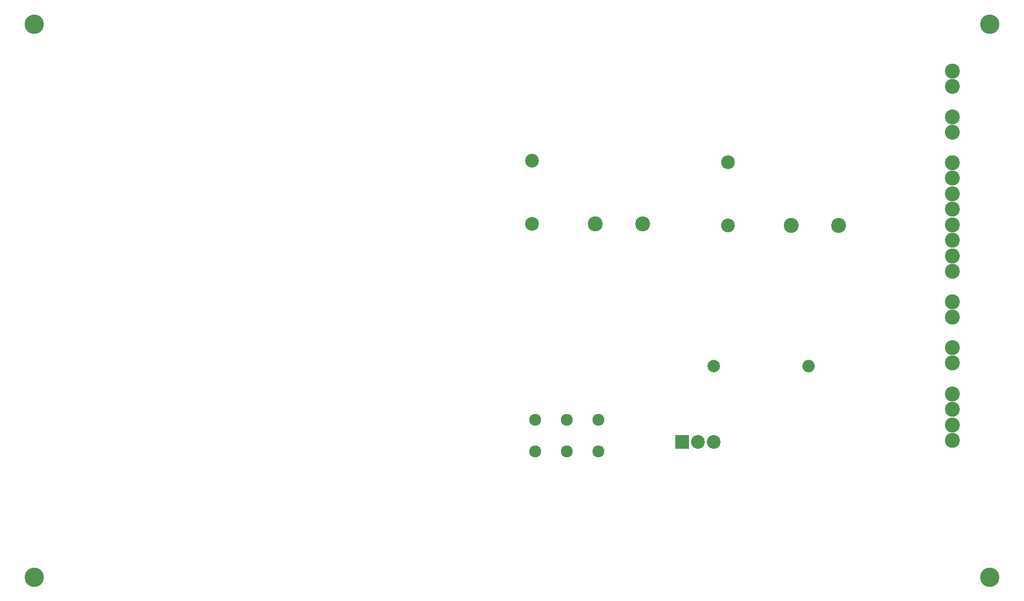
<source format=gbr>
G04 #@! TF.GenerationSoftware,KiCad,Pcbnew,(5.1.4)-1*
G04 #@! TF.CreationDate,2019-09-08T23:28:34+01:00*
G04 #@! TF.ProjectId,orionBoard,6f72696f-6e42-46f6-9172-642e6b696361,rev?*
G04 #@! TF.SameCoordinates,Original*
G04 #@! TF.FileFunction,Soldermask,Bot*
G04 #@! TF.FilePolarity,Negative*
%FSLAX46Y46*%
G04 Gerber Fmt 4.6, Leading zero omitted, Abs format (unit mm)*
G04 Created by KiCad (PCBNEW (5.1.4)-1) date 2019-09-08 23:28:34*
%MOMM*%
%LPD*%
G04 APERTURE LIST*
%ADD10C,3.100000*%
%ADD11C,1.924000*%
%ADD12C,2.400000*%
%ADD13C,2.000000*%
%ADD14O,2.000000X2.000000*%
%ADD15C,2.200000*%
%ADD16R,2.200000X2.200000*%
G04 APERTURE END LIST*
D10*
X58600000Y-139450000D03*
X58600000Y-50550000D03*
X212240000Y-139450000D03*
X212240000Y-50550000D03*
D11*
X139154000Y-119276000D03*
X144234000Y-119276000D03*
X149314000Y-119276000D03*
X149314000Y-114196000D03*
X144234000Y-114196000D03*
X139154000Y-114196000D03*
D12*
X206210000Y-60602000D03*
X206210000Y-58102000D03*
X206210000Y-65468000D03*
X206210000Y-67968000D03*
X206210000Y-90320000D03*
X206210000Y-87820000D03*
X206210000Y-85320000D03*
X206210000Y-82820000D03*
X206210000Y-80320000D03*
X206210000Y-75320000D03*
X206210000Y-72820000D03*
X206210000Y-77820000D03*
X206210000Y-97686000D03*
X206210000Y-95186000D03*
X206210000Y-102552000D03*
X206210000Y-105052000D03*
X206210000Y-117498000D03*
X206210000Y-114998000D03*
X206210000Y-112498000D03*
X206210000Y-109998000D03*
D13*
X167856000Y-105560000D03*
D14*
X183096000Y-105560000D03*
D15*
X167856000Y-117752000D03*
X165316000Y-117752000D03*
D16*
X162776000Y-117752000D03*
D15*
X138646000Y-72540000D03*
X138646000Y-82700000D03*
D12*
X148806000Y-82700000D03*
X156426000Y-82700000D03*
X187922000Y-82954000D03*
X180302000Y-82954000D03*
D15*
X170142000Y-82954000D03*
X170142000Y-72794000D03*
M02*

</source>
